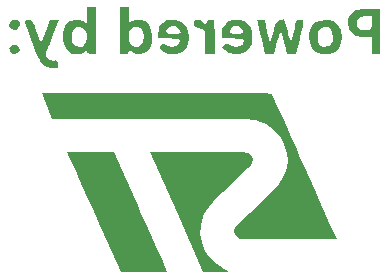
<source format=gbr>
%TF.GenerationSoftware,KiCad,Pcbnew,8.0.1*%
%TF.CreationDate,2024-05-16T14:55:53+07:00*%
%TF.ProjectId,H743_LCD_dev,48373433-5f4c-4434-945f-6465762e6b69,rev?*%
%TF.SameCoordinates,Original*%
%TF.FileFunction,Legend,Bot*%
%TF.FilePolarity,Positive*%
%FSLAX46Y46*%
G04 Gerber Fmt 4.6, Leading zero omitted, Abs format (unit mm)*
G04 Created by KiCad (PCBNEW 8.0.1) date 2024-05-16 14:55:53*
%MOMM*%
%LPD*%
G01*
G04 APERTURE LIST*
%ADD10C,0.300000*%
%ADD11C,0.000000*%
G04 APERTURE END LIST*
D10*
X145621159Y-90240857D02*
X145764017Y-90169428D01*
X145764017Y-90169428D02*
X145978302Y-90169428D01*
X145978302Y-90169428D02*
X146192588Y-90240857D01*
X146192588Y-90240857D02*
X146335445Y-90383714D01*
X146335445Y-90383714D02*
X146406874Y-90526571D01*
X146406874Y-90526571D02*
X146478302Y-90812285D01*
X146478302Y-90812285D02*
X146478302Y-91026571D01*
X146478302Y-91026571D02*
X146406874Y-91312285D01*
X146406874Y-91312285D02*
X146335445Y-91455142D01*
X146335445Y-91455142D02*
X146192588Y-91598000D01*
X146192588Y-91598000D02*
X145978302Y-91669428D01*
X145978302Y-91669428D02*
X145835445Y-91669428D01*
X145835445Y-91669428D02*
X145621159Y-91598000D01*
X145621159Y-91598000D02*
X145549731Y-91526571D01*
X145549731Y-91526571D02*
X145549731Y-91026571D01*
X145549731Y-91026571D02*
X145835445Y-91026571D01*
X144692588Y-90169428D02*
X144692588Y-90526571D01*
X145049731Y-90383714D02*
X144692588Y-90526571D01*
X144692588Y-90526571D02*
X144335445Y-90383714D01*
X144906874Y-90812285D02*
X144692588Y-90526571D01*
X144692588Y-90526571D02*
X144478302Y-90812285D01*
X143549731Y-90169428D02*
X143549731Y-90526571D01*
X143906874Y-90383714D02*
X143549731Y-90526571D01*
X143549731Y-90526571D02*
X143192588Y-90383714D01*
X143764017Y-90812285D02*
X143549731Y-90526571D01*
X143549731Y-90526571D02*
X143335445Y-90812285D01*
X142406874Y-90169428D02*
X142406874Y-90526571D01*
X142764017Y-90383714D02*
X142406874Y-90526571D01*
X142406874Y-90526571D02*
X142049731Y-90383714D01*
X142621160Y-90812285D02*
X142406874Y-90526571D01*
X142406874Y-90526571D02*
X142192588Y-90812285D01*
D11*
%TO.C,G\u002A\u002A\u002A*%
G36*
X129197916Y-77253799D02*
G01*
X129362385Y-77437274D01*
X129385015Y-77683624D01*
X129242590Y-77933957D01*
X129129516Y-78031042D01*
X128941378Y-78081947D01*
X128693158Y-77987581D01*
X128581141Y-77898792D01*
X128494867Y-77683713D01*
X128541076Y-77452055D01*
X128699465Y-77266842D01*
X128949732Y-77191100D01*
X129197916Y-77253799D01*
G37*
G36*
X129181609Y-79365373D02*
G01*
X129358403Y-79527802D01*
X129401576Y-79745148D01*
X129279732Y-79971100D01*
X129173596Y-80038895D01*
X128941977Y-80091100D01*
X128885205Y-80088001D01*
X128656115Y-79992586D01*
X128527680Y-79807541D01*
X128508348Y-79592291D01*
X128606565Y-79406260D01*
X128830780Y-79308874D01*
X128902591Y-79304174D01*
X129181609Y-79365373D01*
G37*
G36*
X139128964Y-92366100D02*
G01*
X139291592Y-92733800D01*
X139682392Y-93617105D01*
X140062170Y-94475107D01*
X140419285Y-95281536D01*
X140742101Y-96010121D01*
X141018977Y-96634590D01*
X141238277Y-97128673D01*
X141388360Y-97466100D01*
X141889860Y-98591100D01*
X139916811Y-98591100D01*
X137943762Y-98591100D01*
X135926758Y-94066100D01*
X135901176Y-94008708D01*
X135494726Y-93096737D01*
X135106018Y-92224357D01*
X134744154Y-91412009D01*
X134418235Y-90680131D01*
X134137359Y-90049162D01*
X133910629Y-89539541D01*
X133747144Y-89171707D01*
X133656004Y-88966100D01*
X133402254Y-88391100D01*
X135386662Y-88391100D01*
X137371069Y-88391100D01*
X139128964Y-92366100D01*
G37*
G36*
X144642066Y-77238568D02*
G01*
X144899732Y-77391100D01*
X144928125Y-77419261D01*
X145099482Y-77564457D01*
X145179786Y-77553174D01*
X145199732Y-77384764D01*
X145210269Y-77287192D01*
X145298730Y-77208938D01*
X145524732Y-77209764D01*
X145849732Y-77241100D01*
X145877478Y-78666100D01*
X145905224Y-80091100D01*
X145502478Y-80091100D01*
X145099732Y-80091100D01*
X145098201Y-79166100D01*
X145095727Y-78960253D01*
X145078198Y-78563007D01*
X145047667Y-78259183D01*
X145008617Y-78102051D01*
X144988909Y-78078358D01*
X144806421Y-77974656D01*
X144535148Y-77900901D01*
X144528540Y-77899832D01*
X144277322Y-77839713D01*
X144161606Y-77730865D01*
X144118397Y-77514950D01*
X144111907Y-77305623D01*
X144185079Y-77209365D01*
X144393397Y-77191100D01*
X144642066Y-77238568D01*
G37*
G36*
X156582132Y-79154165D02*
G01*
X156386128Y-79597038D01*
X156043634Y-79906772D01*
X155549732Y-80089919D01*
X155377156Y-80113209D01*
X154892145Y-80072961D01*
X154423415Y-79903774D01*
X154345599Y-79854423D01*
X154095779Y-79562603D01*
X153930755Y-79139653D01*
X153872108Y-78641100D01*
X154599732Y-78641100D01*
X154601394Y-78702586D01*
X154653332Y-79023156D01*
X154755403Y-79268849D01*
X154881088Y-79388311D01*
X155167389Y-79487225D01*
X155479698Y-79461653D01*
X155734234Y-79308225D01*
X155752993Y-79285434D01*
X155861719Y-79018504D01*
X155896902Y-78660883D01*
X155857898Y-78297516D01*
X155744062Y-78013350D01*
X155568374Y-77855369D01*
X155249732Y-77791100D01*
X155149100Y-77796954D01*
X154846215Y-77921424D01*
X154661933Y-78204322D01*
X154599732Y-78641100D01*
X153872108Y-78641100D01*
X153871161Y-78633053D01*
X153885007Y-78385821D01*
X154028017Y-77878976D01*
X154317607Y-77503865D01*
X154743348Y-77271051D01*
X155294811Y-77191100D01*
X155511969Y-77203359D01*
X155990814Y-77345408D01*
X156343999Y-77638867D01*
X156562516Y-78074007D01*
X156637357Y-78641100D01*
X156635228Y-78660883D01*
X156582132Y-79154165D01*
G37*
G36*
X159899732Y-78181997D02*
G01*
X159899732Y-80091100D01*
X159549732Y-80091100D01*
X159199732Y-80091100D01*
X159199732Y-79391100D01*
X159199732Y-78691100D01*
X158696521Y-78691100D01*
X158430291Y-78680639D01*
X157890597Y-78567055D01*
X157506195Y-78327972D01*
X157276201Y-77962669D01*
X157199732Y-77470427D01*
X157203135Y-77401941D01*
X157910759Y-77401941D01*
X157941728Y-77701105D01*
X158121983Y-77935429D01*
X158144161Y-77949787D01*
X158383466Y-78039708D01*
X158683638Y-78087016D01*
X158961297Y-78084371D01*
X159133066Y-78024433D01*
X159158398Y-77958875D01*
X159188140Y-77735646D01*
X159199732Y-77424433D01*
X159199732Y-76891100D01*
X158715231Y-76891100D01*
X158626684Y-76892411D01*
X158278085Y-76942425D01*
X158065231Y-77073974D01*
X158033917Y-77111431D01*
X157910759Y-77401941D01*
X157203135Y-77401941D01*
X157212196Y-77219554D01*
X157295592Y-76936086D01*
X157491340Y-76667677D01*
X157575839Y-76574652D01*
X157701280Y-76460515D01*
X157845191Y-76388799D01*
X158052932Y-76347387D01*
X158369861Y-76324159D01*
X158841340Y-76306997D01*
X159899732Y-76272895D01*
X159899732Y-76891100D01*
X159899732Y-78181997D01*
G37*
G36*
X147072383Y-88413892D02*
G01*
X147788990Y-88424546D01*
X148315409Y-88441758D01*
X148654473Y-88465580D01*
X148809014Y-88496067D01*
X148824459Y-88504650D01*
X149047161Y-88729561D01*
X149139019Y-89029024D01*
X149074641Y-89323901D01*
X148956734Y-89473954D01*
X148723695Y-89724805D01*
X148410051Y-90040258D01*
X148049732Y-90385180D01*
X147992886Y-90438315D01*
X147233801Y-91151796D01*
X146608400Y-91750841D01*
X146102402Y-92253288D01*
X145701526Y-92676973D01*
X145391491Y-93039733D01*
X145158018Y-93359405D01*
X144986826Y-93653825D01*
X144863634Y-93940831D01*
X144774161Y-94238259D01*
X144704128Y-94563946D01*
X144685357Y-94681100D01*
X144672899Y-95332451D01*
X144788480Y-96011762D01*
X145018114Y-96627131D01*
X145269372Y-97023339D01*
X145665046Y-97489070D01*
X146114056Y-97904584D01*
X146551094Y-98202754D01*
X146712578Y-98293486D01*
X146918997Y-98430207D01*
X146999732Y-98515928D01*
X146948047Y-98539337D01*
X146734082Y-98566079D01*
X146392461Y-98584341D01*
X145964794Y-98591100D01*
X144929856Y-98591100D01*
X142683297Y-93516100D01*
X140436738Y-88441100D01*
X144522730Y-88414986D01*
X145057280Y-88412039D01*
X146162757Y-88409741D01*
X147072383Y-88413892D01*
G37*
G36*
X140599732Y-78646021D02*
G01*
X140548906Y-79200489D01*
X140376059Y-79654521D01*
X140077452Y-79958004D01*
X139649732Y-80116122D01*
X139619755Y-80120984D01*
X139203145Y-80088248D01*
X138824732Y-79859865D01*
X138599732Y-79656237D01*
X138599732Y-79873668D01*
X138586012Y-79984903D01*
X138488758Y-80070347D01*
X138249732Y-80091100D01*
X137899732Y-80091100D01*
X137899732Y-78585498D01*
X138600737Y-78585498D01*
X138630434Y-78960053D01*
X138755403Y-79268849D01*
X138931091Y-79426830D01*
X139249732Y-79491100D01*
X139361262Y-79483953D01*
X139659802Y-79355385D01*
X139839597Y-79066608D01*
X139899732Y-78618849D01*
X139899647Y-78604206D01*
X139826243Y-78220173D01*
X139641529Y-77945148D01*
X139383525Y-77800829D01*
X139090252Y-77808913D01*
X138799732Y-77991100D01*
X138663388Y-78229474D01*
X138600737Y-78585498D01*
X137899732Y-78585498D01*
X137899732Y-78091100D01*
X137899732Y-76091100D01*
X138249732Y-76091100D01*
X138599732Y-76091100D01*
X138599732Y-76796770D01*
X138599732Y-77502440D01*
X138821983Y-77346770D01*
X138858712Y-77324076D01*
X139129062Y-77229476D01*
X139449732Y-77191100D01*
X139599272Y-77198310D01*
X140030580Y-77328001D01*
X140343935Y-77616112D01*
X140535073Y-78057249D01*
X140596748Y-78618849D01*
X140599732Y-78646021D01*
G37*
G36*
X135799732Y-80091100D02*
G01*
X135449732Y-80091100D01*
X135417856Y-80090828D01*
X135175630Y-80052042D01*
X135099732Y-79941100D01*
X135076430Y-79835326D01*
X134967203Y-79804465D01*
X134804715Y-79935096D01*
X134699744Y-80022899D01*
X134467470Y-80118922D01*
X134309705Y-80139624D01*
X133845114Y-80087453D01*
X133468231Y-79857770D01*
X133193427Y-79458031D01*
X133187585Y-79445024D01*
X133045418Y-78955765D01*
X133038596Y-78779523D01*
X133799196Y-78779523D01*
X133847161Y-79111570D01*
X133956875Y-79333957D01*
X133965062Y-79341720D01*
X134178376Y-79447482D01*
X134461978Y-79491100D01*
X134692091Y-79469526D01*
X134839502Y-79365247D01*
X134963723Y-79123039D01*
X135046836Y-78839376D01*
X135050738Y-78444838D01*
X134932128Y-78110132D01*
X134709096Y-77877978D01*
X134399732Y-77791100D01*
X134190018Y-77833347D01*
X133965231Y-77973974D01*
X133886540Y-78108083D01*
X133812487Y-78418225D01*
X133799196Y-78779523D01*
X133038596Y-78779523D01*
X133025886Y-78451181D01*
X133119395Y-77980451D01*
X133316351Y-77592751D01*
X133607162Y-77337258D01*
X133682311Y-77302077D01*
X134068288Y-77205125D01*
X134453977Y-77217088D01*
X134755620Y-77337919D01*
X134894516Y-77430979D01*
X135024732Y-77487919D01*
X135027779Y-77487474D01*
X135064146Y-77384435D01*
X135089934Y-77135552D01*
X135099732Y-76791100D01*
X135099732Y-76091100D01*
X135449732Y-76091100D01*
X135799732Y-76091100D01*
X135799732Y-78091100D01*
X135799732Y-78444838D01*
X135799732Y-80091100D01*
G37*
G36*
X132453977Y-77816100D02*
G01*
X132442424Y-77846574D01*
X132281619Y-78268414D01*
X132090677Y-78766280D01*
X131908459Y-79238818D01*
X131859306Y-79367994D01*
X131726829Y-79740913D01*
X131634439Y-80038860D01*
X131599732Y-80206676D01*
X131600425Y-80231420D01*
X131701460Y-80482462D01*
X131937628Y-80637007D01*
X132256994Y-80659292D01*
X132445360Y-80639723D01*
X132571369Y-80693353D01*
X132630394Y-80873463D01*
X132652376Y-81070002D01*
X132634634Y-81215530D01*
X132576691Y-81255465D01*
X132361801Y-81289374D01*
X132064637Y-81279400D01*
X131756389Y-81229968D01*
X131508251Y-81145505D01*
X131493255Y-81137404D01*
X131255260Y-80936270D01*
X131068345Y-80666199D01*
X131056347Y-80640503D01*
X130944430Y-80380857D01*
X130792377Y-80005530D01*
X130614419Y-79552223D01*
X130424791Y-79058633D01*
X130237724Y-78562462D01*
X130067452Y-78101408D01*
X129928208Y-77713170D01*
X129834223Y-77435449D01*
X129799732Y-77305943D01*
X129800760Y-77296818D01*
X129904381Y-77221856D01*
X130126082Y-77191100D01*
X130215010Y-77192368D01*
X130337893Y-77214603D01*
X130434783Y-77291186D01*
X130528455Y-77455808D01*
X130641683Y-77742157D01*
X130797241Y-78183925D01*
X130912129Y-78502085D01*
X131046892Y-78841142D01*
X131151320Y-79064563D01*
X131209314Y-79135178D01*
X131242293Y-79083417D01*
X131333697Y-78874780D01*
X131460062Y-78546925D01*
X131604472Y-78142353D01*
X131932366Y-77191100D01*
X132311568Y-77191100D01*
X132690770Y-77191100D01*
X132453977Y-77816100D01*
G37*
G36*
X149047588Y-78221098D02*
G01*
X149078863Y-78811939D01*
X149070205Y-78919561D01*
X149018120Y-79253282D01*
X148914334Y-79489551D01*
X148726763Y-79710223D01*
X148428320Y-79936177D01*
X148033491Y-80085639D01*
X147622356Y-80112916D01*
X147129156Y-80017220D01*
X146740067Y-79782019D01*
X146647614Y-79692800D01*
X146522906Y-79530265D01*
X146556295Y-79414949D01*
X146748761Y-79291619D01*
X146848432Y-79242445D01*
X147018060Y-79216722D01*
X147181635Y-79324721D01*
X147406140Y-79438425D01*
X147704183Y-79486113D01*
X147989073Y-79463192D01*
X148175249Y-79366100D01*
X148246719Y-79250470D01*
X148344232Y-79016100D01*
X148354872Y-78980518D01*
X148367653Y-78888950D01*
X148318793Y-78832990D01*
X148173702Y-78803873D01*
X147897792Y-78792832D01*
X147456471Y-78791100D01*
X146499732Y-78791100D01*
X146499732Y-78331100D01*
X146508005Y-78216100D01*
X147201264Y-78216100D01*
X147203702Y-78254808D01*
X147260957Y-78340047D01*
X147428046Y-78380717D01*
X147749732Y-78391100D01*
X147937233Y-78389079D01*
X148170119Y-78367310D01*
X148275204Y-78307746D01*
X148299732Y-78193405D01*
X148267920Y-78062117D01*
X148097267Y-77866332D01*
X147843307Y-77745824D01*
X147579629Y-77746285D01*
X147508048Y-77771498D01*
X147275399Y-77941257D01*
X147201264Y-78216100D01*
X146508005Y-78216100D01*
X146521785Y-78024553D01*
X146620637Y-77784288D01*
X146839732Y-77531100D01*
X146852420Y-77518455D01*
X147097615Y-77308247D01*
X147333965Y-77213423D01*
X147664732Y-77191473D01*
X148079818Y-77233519D01*
X148539872Y-77422499D01*
X148865193Y-77754822D01*
X149036755Y-78193405D01*
X149047588Y-78221098D01*
G37*
G36*
X143680456Y-78522455D02*
G01*
X143688507Y-78747853D01*
X143632559Y-79272977D01*
X143450028Y-79658319D01*
X143127043Y-79925033D01*
X142649732Y-80094270D01*
X142613550Y-80101970D01*
X142253866Y-80125598D01*
X141904918Y-80069500D01*
X141597586Y-79953581D01*
X141362751Y-79797752D01*
X141231291Y-79621919D01*
X141234086Y-79445991D01*
X141402018Y-79289876D01*
X141408402Y-79286484D01*
X141610582Y-79230089D01*
X141790925Y-79333129D01*
X141987010Y-79445696D01*
X142307126Y-79493920D01*
X142620718Y-79433268D01*
X142844062Y-79268849D01*
X142897703Y-79189958D01*
X142990606Y-79010988D01*
X142973401Y-78894885D01*
X142823675Y-78828381D01*
X142519016Y-78798209D01*
X142037010Y-78791100D01*
X141074287Y-78791100D01*
X141124162Y-78272039D01*
X141135977Y-78196770D01*
X141799732Y-78196770D01*
X141810027Y-78278519D01*
X141882556Y-78350870D01*
X142063986Y-78383494D01*
X142399732Y-78391100D01*
X142658346Y-78382136D01*
X142907184Y-78345183D01*
X142999732Y-78286554D01*
X142999325Y-78278581D01*
X142917159Y-78120511D01*
X142739943Y-77925928D01*
X142536718Y-77760801D01*
X142376529Y-77691100D01*
X142312914Y-77697968D01*
X142079707Y-77806902D01*
X141882700Y-77995917D01*
X141799732Y-78196770D01*
X141135977Y-78196770D01*
X141176167Y-77940741D01*
X141288657Y-77689069D01*
X141500789Y-77461025D01*
X141658948Y-77328828D01*
X141844199Y-77228757D01*
X142071277Y-77196837D01*
X142418442Y-77211815D01*
X142541759Y-77221878D01*
X142869261Y-77274641D01*
X143102831Y-77379804D01*
X143324607Y-77569820D01*
X143442720Y-77695922D01*
X143573839Y-77896590D01*
X143643739Y-78147083D01*
X143657381Y-78286554D01*
X143680456Y-78522455D01*
G37*
G36*
X152054083Y-78206961D02*
G01*
X152124140Y-78461993D01*
X152228277Y-78817190D01*
X152307619Y-79004582D01*
X152375741Y-79018669D01*
X152446217Y-78853951D01*
X152532622Y-78504928D01*
X152648531Y-77966100D01*
X152713668Y-77667285D01*
X152785687Y-77398643D01*
X152859332Y-77256537D01*
X152958367Y-77200758D01*
X153106554Y-77191100D01*
X153240547Y-77196719D01*
X153332190Y-77231981D01*
X153377541Y-77324319D01*
X153376332Y-77501167D01*
X153328292Y-77789958D01*
X153233154Y-78218127D01*
X153090647Y-78813105D01*
X152781562Y-80091100D01*
X152405794Y-80091100D01*
X152030025Y-80091100D01*
X151802709Y-79216100D01*
X151787080Y-79156179D01*
X151655944Y-78681978D01*
X151555376Y-78388788D01*
X151477336Y-78262958D01*
X151413786Y-78290838D01*
X151356686Y-78458778D01*
X151298504Y-78680714D01*
X151201396Y-79029448D01*
X151089773Y-79416100D01*
X150891263Y-80091100D01*
X150517954Y-80091100D01*
X150144644Y-80091100D01*
X149864073Y-78866100D01*
X149860499Y-78850499D01*
X149748308Y-78361148D01*
X149648490Y-77926606D01*
X149571789Y-77593590D01*
X149528949Y-77408819D01*
X149510594Y-77261427D01*
X149586325Y-77200979D01*
X149809716Y-77208819D01*
X150145035Y-77241100D01*
X150335877Y-78219273D01*
X150393277Y-78503682D01*
X150470382Y-78853293D01*
X150530208Y-79085624D01*
X150563176Y-79160989D01*
X150583587Y-79115313D01*
X150652800Y-78912166D01*
X150754782Y-78586913D01*
X150875713Y-78182816D01*
X150910261Y-78065258D01*
X151030298Y-77673307D01*
X151123384Y-77428552D01*
X151211643Y-77294326D01*
X151317198Y-77233957D01*
X151462174Y-77210777D01*
X151772556Y-77180455D01*
X152054083Y-78206961D01*
G37*
G36*
X145398934Y-83412427D02*
G01*
X146523074Y-83414828D01*
X147543345Y-83418599D01*
X148446013Y-83423670D01*
X149217346Y-83429970D01*
X149843611Y-83437428D01*
X150311077Y-83445974D01*
X150606009Y-83455536D01*
X150714676Y-83466043D01*
X150717080Y-83469638D01*
X150777379Y-83593945D01*
X150909174Y-83879967D01*
X151104282Y-84309342D01*
X151354519Y-84863709D01*
X151651701Y-85524705D01*
X151987642Y-86273968D01*
X152354160Y-87093135D01*
X152743069Y-87963845D01*
X153146187Y-88867735D01*
X153555327Y-89786444D01*
X153962307Y-90701608D01*
X154358943Y-91594866D01*
X154737049Y-92447856D01*
X155088442Y-93242215D01*
X155404937Y-93959581D01*
X155678352Y-94581592D01*
X155900500Y-95089885D01*
X156063198Y-95466100D01*
X156202417Y-95791100D01*
X152096529Y-95791100D01*
X147990642Y-95791100D01*
X147735609Y-95536067D01*
X147630841Y-95410934D01*
X147533066Y-95112913D01*
X147632001Y-94794227D01*
X147928302Y-94451179D01*
X147958306Y-94423894D01*
X148159492Y-94237440D01*
X148471610Y-93945158D01*
X148867502Y-93572593D01*
X149320010Y-93145288D01*
X149801977Y-92688788D01*
X150008711Y-92491883D01*
X150580567Y-91933648D01*
X151024971Y-91469688D01*
X151361155Y-91073352D01*
X151608348Y-90717990D01*
X151785782Y-90376952D01*
X151912687Y-90023588D01*
X152008294Y-89631247D01*
X152064382Y-89187988D01*
X152010523Y-88444845D01*
X151786191Y-87730596D01*
X151409474Y-87073861D01*
X150898458Y-86503260D01*
X150271232Y-86047412D01*
X149545881Y-85734937D01*
X149438452Y-85709934D01*
X149276515Y-85686882D01*
X149051831Y-85666868D01*
X148751921Y-85649689D01*
X148364309Y-85635141D01*
X147876516Y-85623020D01*
X147276067Y-85613123D01*
X146550483Y-85605245D01*
X145687287Y-85599184D01*
X144674002Y-85594735D01*
X143498151Y-85591695D01*
X142147256Y-85589860D01*
X140608839Y-85589027D01*
X132149732Y-85586954D01*
X131690118Y-84514027D01*
X131230504Y-83441100D01*
X140934620Y-83415602D01*
X141540622Y-83414157D01*
X142893975Y-83412021D01*
X144184657Y-83411468D01*
X145398934Y-83412427D01*
G37*
%TD*%
M02*

</source>
